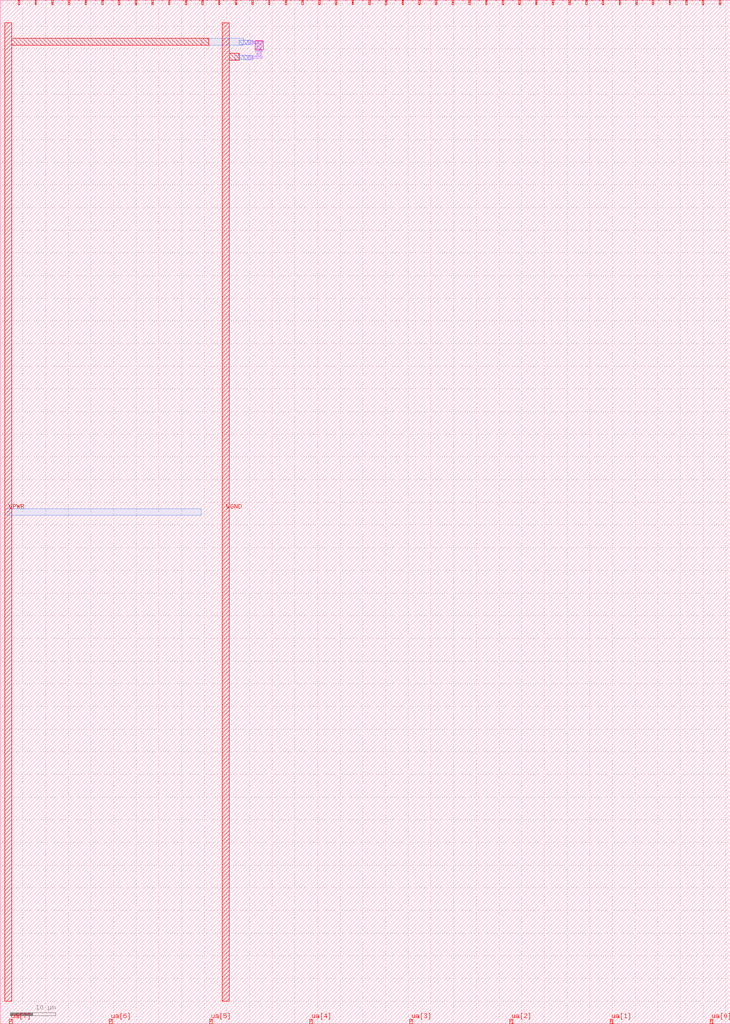
<source format=lef>
VERSION 5.7 ;
  NOWIREEXTENSIONATPIN ON ;
  DIVIDERCHAR "/" ;
  BUSBITCHARS "[]" ;
MACRO tt_um_rejunity_current_cmp
  CLASS BLOCK ;
  FOREIGN tt_um_rejunity_current_cmp ;
  ORIGIN 0.000 0.000 ;
  SIZE 161.000 BY 225.760 ;
  PIN clk
    DIRECTION INPUT ;
    USE SIGNAL ;
    PORT
      LAYER met4 ;
        RECT 154.870 224.760 155.170 225.760 ;
    END
  END clk
  PIN ena
    DIRECTION INPUT ;
    USE SIGNAL ;
    PORT
      LAYER met4 ;
        RECT 158.550 224.760 158.850 225.760 ;
    END
  END ena
  PIN rst_n
    DIRECTION INPUT ;
    USE SIGNAL ;
    PORT
      LAYER met4 ;
        RECT 151.190 224.760 151.490 225.760 ;
    END
  END rst_n
  PIN ua[0]
    DIRECTION INOUT ;
    USE SIGNAL ;
    PORT
      LAYER met4 ;
        RECT 156.560 0.000 157.160 1.000 ;
    END
  END ua[0]
  PIN ua[1]
    DIRECTION INOUT ;
    USE SIGNAL ;
    PORT
      LAYER met4 ;
        RECT 134.480 0.000 135.080 1.000 ;
    END
  END ua[1]
  PIN ua[2]
    DIRECTION INOUT ;
    USE SIGNAL ;
    PORT
      LAYER met4 ;
        RECT 112.400 0.000 113.000 1.000 ;
    END
  END ua[2]
  PIN ua[3]
    DIRECTION INOUT ;
    USE SIGNAL ;
    PORT
      LAYER met4 ;
        RECT 90.320 0.000 90.920 1.000 ;
    END
  END ua[3]
  PIN ua[4]
    DIRECTION INOUT ;
    USE SIGNAL ;
    PORT
      LAYER met4 ;
        RECT 68.240 0.000 68.840 1.000 ;
    END
  END ua[4]
  PIN ua[5]
    DIRECTION INOUT ;
    USE SIGNAL ;
    PORT
      LAYER met4 ;
        RECT 46.160 0.000 46.760 1.000 ;
    END
  END ua[5]
  PIN ua[6]
    DIRECTION INOUT ;
    USE SIGNAL ;
    PORT
      LAYER met4 ;
        RECT 24.080 0.000 24.680 1.000 ;
    END
  END ua[6]
  PIN ua[7]
    DIRECTION INOUT ;
    USE SIGNAL ;
    PORT
      LAYER met4 ;
        RECT 2.000 0.000 2.600 1.000 ;
    END
  END ua[7]
  PIN ui_in[0]
    DIRECTION INPUT ;
    USE SIGNAL ;
    PORT
      LAYER met4 ;
        RECT 147.510 224.760 147.810 225.760 ;
    END
  END ui_in[0]
  PIN ui_in[1]
    DIRECTION INPUT ;
    USE SIGNAL ;
    PORT
      LAYER met4 ;
        RECT 143.830 224.760 144.130 225.760 ;
    END
  END ui_in[1]
  PIN ui_in[2]
    DIRECTION INPUT ;
    USE SIGNAL ;
    PORT
      LAYER met4 ;
        RECT 140.150 224.760 140.450 225.760 ;
    END
  END ui_in[2]
  PIN ui_in[3]
    DIRECTION INPUT ;
    USE SIGNAL ;
    PORT
      LAYER met4 ;
        RECT 136.470 224.760 136.770 225.760 ;
    END
  END ui_in[3]
  PIN ui_in[4]
    DIRECTION INPUT ;
    USE SIGNAL ;
    PORT
      LAYER met4 ;
        RECT 132.790 224.760 133.090 225.760 ;
    END
  END ui_in[4]
  PIN ui_in[5]
    DIRECTION INPUT ;
    USE SIGNAL ;
    PORT
      LAYER met4 ;
        RECT 129.110 224.760 129.410 225.760 ;
    END
  END ui_in[5]
  PIN ui_in[6]
    DIRECTION INPUT ;
    USE SIGNAL ;
    PORT
      LAYER met4 ;
        RECT 125.430 224.760 125.730 225.760 ;
    END
  END ui_in[6]
  PIN ui_in[7]
    DIRECTION INPUT ;
    USE SIGNAL ;
    PORT
      LAYER met4 ;
        RECT 121.750 224.760 122.050 225.760 ;
    END
  END ui_in[7]
  PIN uio_in[0]
    DIRECTION INPUT ;
    USE SIGNAL ;
    PORT
      LAYER met4 ;
        RECT 118.070 224.760 118.370 225.760 ;
    END
  END uio_in[0]
  PIN uio_in[1]
    DIRECTION INPUT ;
    USE SIGNAL ;
    PORT
      LAYER met4 ;
        RECT 114.390 224.760 114.690 225.760 ;
    END
  END uio_in[1]
  PIN uio_in[2]
    DIRECTION INPUT ;
    USE SIGNAL ;
    PORT
      LAYER met4 ;
        RECT 110.710 224.760 111.010 225.760 ;
    END
  END uio_in[2]
  PIN uio_in[3]
    DIRECTION INPUT ;
    USE SIGNAL ;
    PORT
      LAYER met4 ;
        RECT 107.030 224.760 107.330 225.760 ;
    END
  END uio_in[3]
  PIN uio_in[4]
    DIRECTION INPUT ;
    USE SIGNAL ;
    PORT
      LAYER met4 ;
        RECT 103.350 224.760 103.650 225.760 ;
    END
  END uio_in[4]
  PIN uio_in[5]
    DIRECTION INPUT ;
    USE SIGNAL ;
    PORT
      LAYER met4 ;
        RECT 99.670 224.760 99.970 225.760 ;
    END
  END uio_in[5]
  PIN uio_in[6]
    DIRECTION INPUT ;
    USE SIGNAL ;
    PORT
      LAYER met4 ;
        RECT 95.990 224.760 96.290 225.760 ;
    END
  END uio_in[6]
  PIN uio_in[7]
    DIRECTION INPUT ;
    USE SIGNAL ;
    PORT
      LAYER met4 ;
        RECT 92.310 224.760 92.610 225.760 ;
    END
  END uio_in[7]
  PIN uio_oe[0]
    DIRECTION OUTPUT ;
    USE SIGNAL ;
    PORT
      LAYER met4 ;
        RECT 29.750 224.760 30.050 225.760 ;
    END
  END uio_oe[0]
  PIN uio_oe[1]
    DIRECTION OUTPUT ;
    USE SIGNAL ;
    PORT
      LAYER met4 ;
        RECT 26.070 224.760 26.370 225.760 ;
    END
  END uio_oe[1]
  PIN uio_oe[2]
    DIRECTION OUTPUT ;
    USE SIGNAL ;
    PORT
      LAYER met4 ;
        RECT 22.390 224.760 22.690 225.760 ;
    END
  END uio_oe[2]
  PIN uio_oe[3]
    DIRECTION OUTPUT ;
    USE SIGNAL ;
    PORT
      LAYER met4 ;
        RECT 18.710 224.760 19.010 225.760 ;
    END
  END uio_oe[3]
  PIN uio_oe[4]
    DIRECTION OUTPUT ;
    USE SIGNAL ;
    PORT
      LAYER met4 ;
        RECT 15.030 224.760 15.330 225.760 ;
    END
  END uio_oe[4]
  PIN uio_oe[5]
    DIRECTION OUTPUT ;
    USE SIGNAL ;
    PORT
      LAYER met4 ;
        RECT 11.350 224.760 11.650 225.760 ;
    END
  END uio_oe[5]
  PIN uio_oe[6]
    DIRECTION OUTPUT ;
    USE SIGNAL ;
    PORT
      LAYER met4 ;
        RECT 7.670 224.760 7.970 225.760 ;
    END
  END uio_oe[6]
  PIN uio_oe[7]
    DIRECTION OUTPUT ;
    USE SIGNAL ;
    PORT
      LAYER met4 ;
        RECT 3.990 224.760 4.290 225.760 ;
    END
  END uio_oe[7]
  PIN uio_out[0]
    DIRECTION OUTPUT ;
    USE SIGNAL ;
    PORT
      LAYER met4 ;
        RECT 59.190 224.760 59.490 225.760 ;
    END
  END uio_out[0]
  PIN uio_out[1]
    DIRECTION OUTPUT ;
    USE SIGNAL ;
    PORT
      LAYER met4 ;
        RECT 55.510 224.760 55.810 225.760 ;
    END
  END uio_out[1]
  PIN uio_out[2]
    DIRECTION OUTPUT ;
    USE SIGNAL ;
    PORT
      LAYER met4 ;
        RECT 51.830 224.760 52.130 225.760 ;
    END
  END uio_out[2]
  PIN uio_out[3]
    DIRECTION OUTPUT ;
    USE SIGNAL ;
    PORT
      LAYER met4 ;
        RECT 48.150 224.760 48.450 225.760 ;
    END
  END uio_out[3]
  PIN uio_out[4]
    DIRECTION OUTPUT ;
    USE SIGNAL ;
    PORT
      LAYER met4 ;
        RECT 44.470 224.760 44.770 225.760 ;
    END
  END uio_out[4]
  PIN uio_out[5]
    DIRECTION OUTPUT ;
    USE SIGNAL ;
    PORT
      LAYER met4 ;
        RECT 40.790 224.760 41.090 225.760 ;
    END
  END uio_out[5]
  PIN uio_out[6]
    DIRECTION OUTPUT ;
    USE SIGNAL ;
    PORT
      LAYER met4 ;
        RECT 37.110 224.760 37.410 225.760 ;
    END
  END uio_out[6]
  PIN uio_out[7]
    DIRECTION OUTPUT ;
    USE SIGNAL ;
    PORT
      LAYER met4 ;
        RECT 33.430 224.760 33.730 225.760 ;
    END
  END uio_out[7]
  PIN uo_out[0]
    DIRECTION OUTPUT ;
    USE SIGNAL ;
    PORT
      LAYER met4 ;
        RECT 88.630 224.760 88.930 225.760 ;
    END
  END uo_out[0]
  PIN uo_out[1]
    DIRECTION OUTPUT ;
    USE SIGNAL ;
    PORT
      LAYER met4 ;
        RECT 84.950 224.760 85.250 225.760 ;
    END
  END uo_out[1]
  PIN uo_out[2]
    DIRECTION OUTPUT ;
    USE SIGNAL ;
    PORT
      LAYER met4 ;
        RECT 81.270 224.760 81.570 225.760 ;
    END
  END uo_out[2]
  PIN uo_out[3]
    DIRECTION OUTPUT ;
    USE SIGNAL ;
    PORT
      LAYER met4 ;
        RECT 77.590 224.760 77.890 225.760 ;
    END
  END uo_out[3]
  PIN uo_out[4]
    DIRECTION OUTPUT ;
    USE SIGNAL ;
    PORT
      LAYER met4 ;
        RECT 73.910 224.760 74.210 225.760 ;
    END
  END uo_out[4]
  PIN uo_out[5]
    DIRECTION OUTPUT ;
    USE SIGNAL ;
    PORT
      LAYER met4 ;
        RECT 70.230 224.760 70.530 225.760 ;
    END
  END uo_out[5]
  PIN uo_out[6]
    DIRECTION OUTPUT ;
    USE SIGNAL ;
    PORT
      LAYER met4 ;
        RECT 66.550 224.760 66.850 225.760 ;
    END
  END uo_out[6]
  PIN uo_out[7]
    DIRECTION OUTPUT ;
    USE SIGNAL ;
    PORT
      LAYER met4 ;
        RECT 62.870 224.760 63.170 225.760 ;
    END
  END uo_out[7]
  PIN VPWR
    DIRECTION INOUT ;
    USE POWER ;
    PORT
      LAYER met4 ;
        RECT 1.000 5.000 2.500 220.760 ;
    END
  END VPWR
  PIN VGND
    DIRECTION INOUT ;
    USE GROUND ;
    PORT
      LAYER met4 ;
        RECT 49.000 5.000 50.500 220.760 ;
    END
  END VGND
  OBS
      LAYER nwell ;
        RECT 56.200 214.800 58.000 216.750 ;
      LAYER li1 ;
        RECT 55.000 216.250 57.750 216.650 ;
        RECT 56.600 215.000 56.900 216.250 ;
        RECT 57.250 214.550 57.550 216.000 ;
        RECT 56.250 214.350 57.000 214.550 ;
        RECT 57.250 214.350 57.750 214.550 ;
        RECT 56.600 213.350 56.900 214.000 ;
        RECT 57.250 213.600 57.550 214.350 ;
        RECT 55.050 212.950 57.750 213.350 ;
      LAYER met1 ;
        RECT 53.700 215.950 55.700 216.950 ;
        RECT 53.700 212.600 55.700 213.600 ;
      LAYER met2 ;
        RECT 52.700 215.950 54.700 216.950 ;
        RECT 52.700 212.600 54.700 213.600 ;
      LAYER met3 ;
        RECT 44.490 215.850 53.700 217.350 ;
        RECT 51.700 212.600 53.700 213.600 ;
        RECT 1.005 112.135 44.305 113.625 ;
      LAYER met4 ;
        RECT 2.500 215.850 45.990 217.350 ;
        RECT 50.500 212.490 52.700 213.990 ;
  END
END tt_um_rejunity_current_cmp
END LIBRARY


</source>
